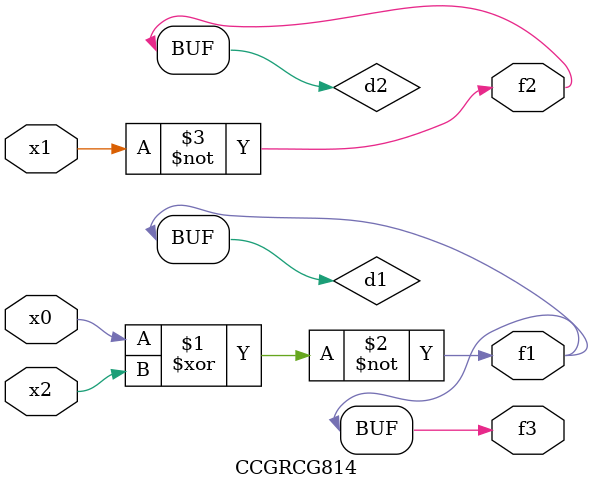
<source format=v>
module CCGRCG814(
	input x0, x1, x2,
	output f1, f2, f3
);

	wire d1, d2, d3;

	xnor (d1, x0, x2);
	nand (d2, x1);
	nor (d3, x1, x2);
	assign f1 = d1;
	assign f2 = d2;
	assign f3 = d1;
endmodule

</source>
